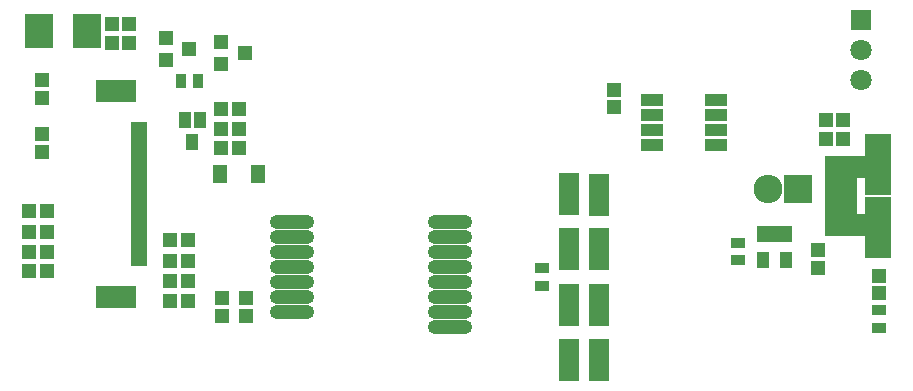
<source format=gbs>
G04 #@! TF.FileFunction,Soldermask,Bot*
%FSLAX46Y46*%
G04 Gerber Fmt 4.6, Leading zero omitted, Abs format (unit mm)*
G04 Created by KiCad (PCBNEW (2015-04-29 BZR 5630)-product) date Tue 21 Jul 2015 17:06:27 BST*
%MOMM*%
G01*
G04 APERTURE LIST*
%ADD10C,0.150000*%
%ADD11R,1.200100X1.200100*%
%ADD12R,1.310000X1.620000*%
%ADD13R,1.400760X0.669240*%
%ADD14R,3.400000X1.900000*%
%ADD15R,1.150000X1.200000*%
%ADD16R,1.200000X1.150000*%
%ADD17R,1.197560X1.197560*%
%ADD18R,1.300000X0.900000*%
%ADD19R,0.900000X1.300000*%
%ADD20R,1.050000X1.460000*%
%ADD21O,3.752800X1.212800*%
%ADD22R,1.950000X1.000000*%
%ADD23R,2.400000X2.900000*%
%ADD24R,2.432000X2.432000*%
%ADD25O,2.432000X2.432000*%
%ADD26R,0.999440X1.400760*%
%ADD27R,1.695400X3.650000*%
%ADD28R,1.797000X1.797000*%
%ADD29C,1.797000*%
%ADD30R,2.297380X1.573480*%
%ADD31R,2.297380X3.774900*%
%ADD32R,3.500580X1.873200*%
%ADD33R,2.779220X0.849580*%
G04 APERTURE END LIST*
D10*
D11*
X76596240Y-47495500D03*
X76596240Y-45595500D03*
X78595220Y-46545500D03*
D12*
X79745000Y-56769000D03*
X76465000Y-56769000D03*
D11*
X71897240Y-47178000D03*
X71897240Y-45278000D03*
X73896220Y-46228000D03*
D13*
X69660000Y-52741000D03*
X69660000Y-53241000D03*
X69660000Y-53741000D03*
X69660000Y-54241000D03*
X69660000Y-54741000D03*
X69660000Y-55241000D03*
X69660000Y-55741000D03*
X69660000Y-56241000D03*
X69660000Y-56741000D03*
X69660000Y-57241000D03*
X69660000Y-57741000D03*
X69660000Y-58241000D03*
X69660000Y-58741000D03*
X69660000Y-59241000D03*
X69660000Y-59741000D03*
X69660000Y-60241000D03*
X69660000Y-60741000D03*
X69660000Y-61241000D03*
X69660000Y-61741000D03*
X69660000Y-62241000D03*
X69660000Y-62741000D03*
X69660000Y-63241000D03*
X69660000Y-63741000D03*
X69660000Y-64241000D03*
D14*
X67660000Y-67241000D03*
X67660000Y-49741000D03*
D15*
X78740000Y-68822000D03*
X78740000Y-67322000D03*
X109855000Y-51169000D03*
X109855000Y-49669000D03*
D16*
X61811600Y-65049400D03*
X60311600Y-65049400D03*
X61837000Y-61722000D03*
X60337000Y-61722000D03*
X61862400Y-59918600D03*
X60362400Y-59918600D03*
X76593000Y-51308000D03*
X78093000Y-51308000D03*
X76593000Y-52959000D03*
X78093000Y-52959000D03*
D15*
X61404500Y-53415500D03*
X61404500Y-54915500D03*
D16*
X72275000Y-65849500D03*
X73775000Y-65849500D03*
D17*
X132334000Y-65417700D03*
X132334000Y-66916300D03*
D18*
X132334000Y-68338000D03*
X132334000Y-69838000D03*
X120396000Y-64123000D03*
X120396000Y-62623000D03*
D19*
X73164000Y-48895000D03*
X74664000Y-48895000D03*
D20*
X122494000Y-61892000D03*
X123444000Y-61892000D03*
X124394000Y-61892000D03*
X124394000Y-64092000D03*
X122494000Y-64092000D03*
D21*
X95986600Y-60833000D03*
X95986600Y-62103000D03*
X95986600Y-63373000D03*
X95986600Y-64643000D03*
X95986600Y-65913000D03*
X95986600Y-67183000D03*
X95986600Y-68453000D03*
X95986600Y-69723000D03*
X82575400Y-68478400D03*
X82575400Y-67208400D03*
X82575400Y-65938400D03*
X82575400Y-64668400D03*
X82575400Y-63398400D03*
X82575400Y-62128400D03*
X82575400Y-60833000D03*
D22*
X118473200Y-50571400D03*
X118473200Y-51841400D03*
X118473200Y-53111400D03*
X118473200Y-54381400D03*
X113073200Y-54381400D03*
X113073200Y-53111400D03*
X113073200Y-51841400D03*
X113073200Y-50571400D03*
D15*
X61404500Y-48843500D03*
X61404500Y-50343500D03*
D16*
X72300400Y-62369700D03*
X73800400Y-62369700D03*
X72275000Y-64198500D03*
X73775000Y-64198500D03*
D15*
X76708000Y-67322000D03*
X76708000Y-68822000D03*
D23*
X61195200Y-44653200D03*
X65195200Y-44653200D03*
D16*
X76593000Y-54610000D03*
X78093000Y-54610000D03*
X61837000Y-63373000D03*
X60337000Y-63373000D03*
D24*
X125476000Y-58039000D03*
D25*
X122936000Y-58039000D03*
D15*
X127127000Y-63258000D03*
X127127000Y-64758000D03*
D16*
X127774000Y-53848000D03*
X129274000Y-53848000D03*
X127774000Y-52197000D03*
X129274000Y-52197000D03*
X72275000Y-67564000D03*
X73775000Y-67564000D03*
X67322000Y-44069000D03*
X68822000Y-44069000D03*
X67322000Y-45720000D03*
X68822000Y-45720000D03*
D26*
X74818240Y-52199540D03*
X73517760Y-52199540D03*
X74168000Y-54102000D03*
D27*
X106075480Y-72518840D03*
X108615480Y-72559480D03*
X108615480Y-67907600D03*
X106075480Y-67907600D03*
X108554520Y-58545160D03*
X106014520Y-58504520D03*
X106014520Y-63156400D03*
X108554520Y-63156400D03*
D18*
X103759000Y-64782000D03*
X103759000Y-66282000D03*
D28*
X130810000Y-43738800D03*
D29*
X130810000Y-46278800D03*
X130810000Y-48818800D03*
D30*
X132207000Y-57835800D03*
X132207000Y-59512200D03*
D31*
X132207000Y-62087380D03*
X132207000Y-55260620D03*
D32*
X129408300Y-61135260D03*
X129408300Y-56212740D03*
D33*
X129047620Y-57373520D03*
X129047620Y-58023760D03*
X129047620Y-58674000D03*
X129047620Y-59324240D03*
X129047620Y-59974480D03*
M02*

</source>
